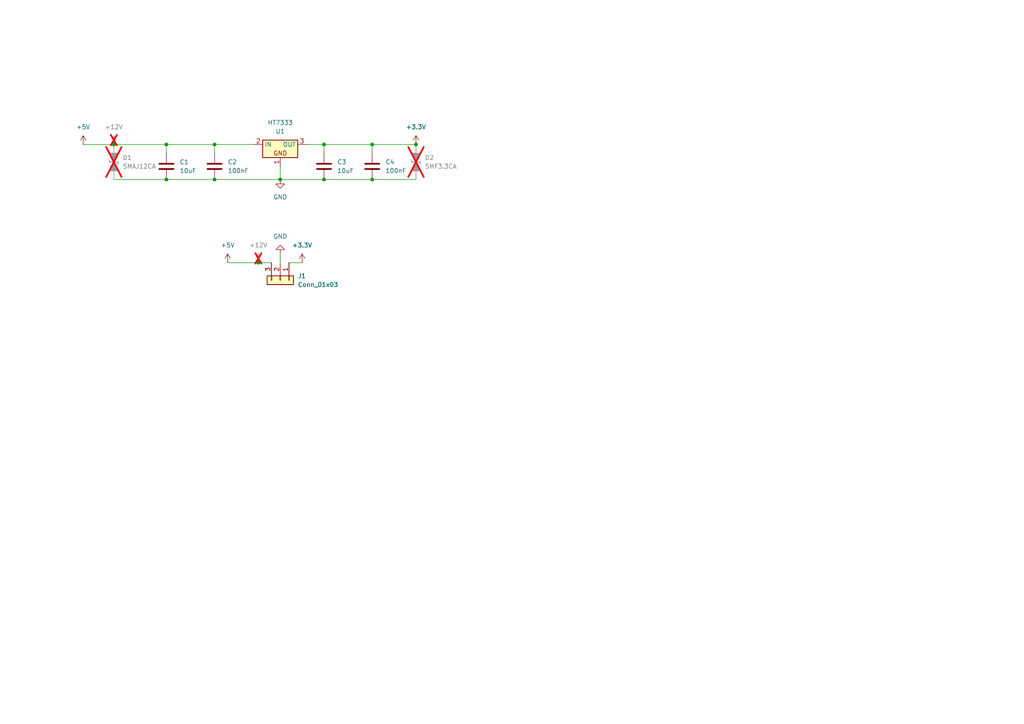
<source format=kicad_sch>
(kicad_sch
	(version 20250114)
	(generator "eeschema")
	(generator_version "9.0")
	(uuid "1df6ae02-d3d4-4e02-9ae3-4242eafe4dc1")
	(paper "A4")
	(lib_symbols
		(symbol "Connector_Generic:Conn_01x03"
			(pin_names
				(offset 1.016)
				(hide yes)
			)
			(exclude_from_sim no)
			(in_bom yes)
			(on_board yes)
			(property "Reference" "J"
				(at 0 5.08 0)
				(effects
					(font
						(size 1.27 1.27)
					)
				)
			)
			(property "Value" "Conn_01x03"
				(at 0 -5.08 0)
				(effects
					(font
						(size 1.27 1.27)
					)
				)
			)
			(property "Footprint" ""
				(at 0 0 0)
				(effects
					(font
						(size 1.27 1.27)
					)
					(hide yes)
				)
			)
			(property "Datasheet" "~"
				(at 0 0 0)
				(effects
					(font
						(size 1.27 1.27)
					)
					(hide yes)
				)
			)
			(property "Description" "Generic connector, single row, 01x03, script generated (kicad-library-utils/schlib/autogen/connector/)"
				(at 0 0 0)
				(effects
					(font
						(size 1.27 1.27)
					)
					(hide yes)
				)
			)
			(property "ki_keywords" "connector"
				(at 0 0 0)
				(effects
					(font
						(size 1.27 1.27)
					)
					(hide yes)
				)
			)
			(property "ki_fp_filters" "Connector*:*_1x??_*"
				(at 0 0 0)
				(effects
					(font
						(size 1.27 1.27)
					)
					(hide yes)
				)
			)
			(symbol "Conn_01x03_1_1"
				(rectangle
					(start -1.27 3.81)
					(end 1.27 -3.81)
					(stroke
						(width 0.254)
						(type default)
					)
					(fill
						(type background)
					)
				)
				(rectangle
					(start -1.27 2.667)
					(end 0 2.413)
					(stroke
						(width 0.1524)
						(type default)
					)
					(fill
						(type none)
					)
				)
				(rectangle
					(start -1.27 0.127)
					(end 0 -0.127)
					(stroke
						(width 0.1524)
						(type default)
					)
					(fill
						(type none)
					)
				)
				(rectangle
					(start -1.27 -2.413)
					(end 0 -2.667)
					(stroke
						(width 0.1524)
						(type default)
					)
					(fill
						(type none)
					)
				)
				(pin passive line
					(at -5.08 2.54 0)
					(length 3.81)
					(name "Pin_1"
						(effects
							(font
								(size 1.27 1.27)
							)
						)
					)
					(number "1"
						(effects
							(font
								(size 1.27 1.27)
							)
						)
					)
				)
				(pin passive line
					(at -5.08 0 0)
					(length 3.81)
					(name "Pin_2"
						(effects
							(font
								(size 1.27 1.27)
							)
						)
					)
					(number "2"
						(effects
							(font
								(size 1.27 1.27)
							)
						)
					)
				)
				(pin passive line
					(at -5.08 -2.54 0)
					(length 3.81)
					(name "Pin_3"
						(effects
							(font
								(size 1.27 1.27)
							)
						)
					)
					(number "3"
						(effects
							(font
								(size 1.27 1.27)
							)
						)
					)
				)
			)
			(embedded_fonts no)
		)
		(symbol "Library:HT7333"
			(exclude_from_sim no)
			(in_bom yes)
			(on_board yes)
			(property "Reference" "U"
				(at 0 -3.81 0)
				(effects
					(font
						(size 1.27 1.27)
					)
				)
			)
			(property "Value" "HT7333"
				(at 0 -6.35 0)
				(effects
					(font
						(size 1.27 1.27)
					)
				)
			)
			(property "Footprint" "PCM_Package_TO_SOT_SMD_AKL:SOT-89-3"
				(at 0 2.54 0)
				(effects
					(font
						(size 1.27 1.27)
					)
					(hide yes)
				)
			)
			(property "Datasheet" "https://item.szlcsc.com/323851.html?fromZone=s_s__%2522HT7333%2522&spm=sc.gb.xh2.zy.n___sc.hm.hd.ss&lcsc_vid=RVRcUVYDElFdXlJeRAALAwJQTwNeBgZeQ1QMUwJSRlQxVlNSQVZWVV1VR1lXVTtW"
				(at 0 2.54 0)
				(effects
					(font
						(size 1.27 1.27)
					)
					(hide yes)
				)
			)
			(property "Description" "Generic negative 3-terminal voltage regulator, Alternate KiCad Library"
				(at 0 0 0)
				(effects
					(font
						(size 1.27 1.27)
					)
					(hide yes)
				)
			)
			(property "ki_keywords" "generic voltage regulator vreg pmic power supply 3-terminal negative"
				(at 0 0 0)
				(effects
					(font
						(size 1.27 1.27)
					)
					(hide yes)
				)
			)
			(symbol "HT7333_0_0"
				(rectangle
					(start -5.08 3.81)
					(end 5.08 -1.27)
					(stroke
						(width 0.254)
						(type default)
					)
					(fill
						(type background)
					)
				)
				(text "GND"
					(at 0 2.54 0)
					(effects
						(font
							(size 1.27 1.27)
						)
					)
				)
			)
			(symbol "HT7333_1_1"
				(pin power_in line
					(at -7.62 0 0)
					(length 2.54)
					(name "IN"
						(effects
							(font
								(size 1.27 1.27)
							)
						)
					)
					(number "2"
						(effects
							(font
								(size 1.27 1.27)
							)
						)
					)
				)
				(pin power_in line
					(at 0 6.35 270)
					(length 2.54)
					(name "~"
						(effects
							(font
								(size 1.27 1.27)
							)
						)
					)
					(number "1"
						(effects
							(font
								(size 1.27 1.27)
							)
						)
					)
				)
				(pin power_out line
					(at 7.62 0 180)
					(length 2.54)
					(name "OUT"
						(effects
							(font
								(size 1.27 1.27)
							)
						)
					)
					(number "3"
						(effects
							(font
								(size 1.27 1.27)
							)
						)
					)
				)
			)
			(embedded_fonts no)
		)
		(symbol "Library:SMF3.3CA"
			(pin_numbers
				(hide yes)
			)
			(pin_names
				(offset 1.016)
				(hide yes)
			)
			(exclude_from_sim no)
			(in_bom yes)
			(on_board yes)
			(property "Reference" "D"
				(at 0 5.08 0)
				(effects
					(font
						(size 1.27 1.27)
					)
				)
			)
			(property "Value" "SMF3.3CA"
				(at 0 2.54 0)
				(effects
					(font
						(size 1.27 1.27)
					)
				)
			)
			(property "Footprint" "PCM_Diode_SMD_AKL:D_SOD-123F"
				(at 0 0 0)
				(effects
					(font
						(size 1.27 1.27)
					)
					(hide yes)
				)
			)
			(property "Datasheet" "https://item.szlcsc.com/48682096.html?fromZone=s_s__%2522SMF3.3CA%2522&spm=sc.gb.xh1.zy.n___sc.it.hd.ss&lcsc_vid=RVRcUVYDElFdXlJeRAALAwJQTwNeBgZeQ1QMUwJSRlQxVlNSQVZWVV1VR1lXVTtW"
				(at 0 0 0)
				(effects
					(font
						(size 1.27 1.27)
					)
					(hide yes)
				)
			)
			(property "Description" "SOD-123F Bidirectional TVS Diode, 5V, 200W, Alternate KiCAD Library"
				(at 0 0 0)
				(effects
					(font
						(size 1.27 1.27)
					)
					(hide yes)
				)
			)
			(property "ki_keywords" "diode TVS bidirectional SMF-CA"
				(at 0 0 0)
				(effects
					(font
						(size 1.27 1.27)
					)
					(hide yes)
				)
			)
			(property "ki_fp_filters" "TO-???* *_Diode_* *SingleDiode* D_*"
				(at 0 0 0)
				(effects
					(font
						(size 1.27 1.27)
					)
					(hide yes)
				)
			)
			(symbol "SMF3.3CA_0_1"
				(polyline
					(pts
						(xy 0 1.27) (xy 0 -1.27)
					)
					(stroke
						(width 0.254)
						(type default)
					)
					(fill
						(type none)
					)
				)
				(polyline
					(pts
						(xy 0 1.27) (xy 0.508 1.27)
					)
					(stroke
						(width 0.254)
						(type default)
					)
					(fill
						(type none)
					)
				)
				(polyline
					(pts
						(xy 0 0) (xy -2.54 1.27) (xy -2.54 -1.27) (xy 0 0)
					)
					(stroke
						(width 0.254)
						(type default)
					)
					(fill
						(type outline)
					)
				)
				(polyline
					(pts
						(xy 0 -1.27) (xy -0.508 -1.27)
					)
					(stroke
						(width 0.254)
						(type default)
					)
					(fill
						(type none)
					)
				)
				(polyline
					(pts
						(xy 1.27 0) (xy -1.27 0)
					)
					(stroke
						(width 0)
						(type default)
					)
					(fill
						(type none)
					)
				)
				(polyline
					(pts
						(xy 2.54 1.27) (xy 2.54 -1.27) (xy 0 0) (xy 2.54 1.27)
					)
					(stroke
						(width 0.254)
						(type default)
					)
					(fill
						(type outline)
					)
				)
			)
			(symbol "SMF3.3CA_0_2"
				(polyline
					(pts
						(xy -3.81 -3.81) (xy 3.81 3.81)
					)
					(stroke
						(width 0)
						(type default)
					)
					(fill
						(type none)
					)
				)
				(polyline
					(pts
						(xy -1.778 -1.778) (xy -2.667 -0.889) (xy 0 0) (xy -0.889 -2.667) (xy -1.778 -1.778)
					)
					(stroke
						(width 0.254)
						(type default)
					)
					(fill
						(type outline)
					)
				)
				(polyline
					(pts
						(xy -0.889 0.889) (xy -1.27 0.508)
					)
					(stroke
						(width 0.254)
						(type default)
					)
					(fill
						(type none)
					)
				)
				(polyline
					(pts
						(xy -0.889 0.889) (xy 0.889 -0.889)
					)
					(stroke
						(width 0.254)
						(type default)
					)
					(fill
						(type none)
					)
				)
				(polyline
					(pts
						(xy 0.889 -0.889) (xy 1.27 -0.508)
					)
					(stroke
						(width 0.254)
						(type default)
					)
					(fill
						(type none)
					)
				)
				(polyline
					(pts
						(xy 1.778 1.778) (xy 2.667 0.889) (xy 0 0) (xy 0.889 2.667) (xy 1.778 1.778)
					)
					(stroke
						(width 0.254)
						(type default)
					)
					(fill
						(type outline)
					)
				)
			)
			(symbol "SMF3.3CA_1_1"
				(pin passive line
					(at -5.08 0 0)
					(length 2.54)
					(name "K"
						(effects
							(font
								(size 1.27 1.27)
							)
						)
					)
					(number "1"
						(effects
							(font
								(size 1.27 1.27)
							)
						)
					)
				)
				(pin passive line
					(at 5.08 0 180)
					(length 2.54)
					(name "A"
						(effects
							(font
								(size 1.27 1.27)
							)
						)
					)
					(number "2"
						(effects
							(font
								(size 1.27 1.27)
							)
						)
					)
				)
			)
			(symbol "SMF3.3CA_1_2"
				(pin passive line
					(at -3.81 -3.81 0)
					(length 0)
					(name "A"
						(effects
							(font
								(size 1.27 1.27)
							)
						)
					)
					(number "2"
						(effects
							(font
								(size 1.27 1.27)
							)
						)
					)
				)
				(pin passive line
					(at 3.81 3.81 180)
					(length 0)
					(name "K"
						(effects
							(font
								(size 1.27 1.27)
							)
						)
					)
					(number "1"
						(effects
							(font
								(size 1.27 1.27)
							)
						)
					)
				)
			)
			(embedded_fonts no)
		)
		(symbol "PCM_Capacitor_US_AKL:C_1206"
			(pin_numbers
				(hide yes)
			)
			(pin_names
				(offset 0.254)
			)
			(exclude_from_sim no)
			(in_bom yes)
			(on_board yes)
			(property "Reference" "C"
				(at 0.635 2.54 0)
				(effects
					(font
						(size 1.27 1.27)
					)
					(justify left)
				)
			)
			(property "Value" "C_1206"
				(at 0.635 -2.54 0)
				(effects
					(font
						(size 1.27 1.27)
					)
					(justify left)
				)
			)
			(property "Footprint" "PCM_Capacitor_SMD_AKL:C_1206_3216Metric"
				(at 0.9652 -3.81 0)
				(effects
					(font
						(size 1.27 1.27)
					)
					(hide yes)
				)
			)
			(property "Datasheet" "~"
				(at 0 0 0)
				(effects
					(font
						(size 1.27 1.27)
					)
					(hide yes)
				)
			)
			(property "Description" "SMD 1206 MLCC capacitor, Alternate KiCad Library"
				(at 0 0 0)
				(effects
					(font
						(size 1.27 1.27)
					)
					(hide yes)
				)
			)
			(property "ki_keywords" "cap capacitor ceramic chip mlcc smd 1206"
				(at 0 0 0)
				(effects
					(font
						(size 1.27 1.27)
					)
					(hide yes)
				)
			)
			(property "ki_fp_filters" "C_*"
				(at 0 0 0)
				(effects
					(font
						(size 1.27 1.27)
					)
					(hide yes)
				)
			)
			(symbol "C_1206_0_1"
				(polyline
					(pts
						(xy -2.032 0.762) (xy 2.032 0.762)
					)
					(stroke
						(width 0.508)
						(type default)
					)
					(fill
						(type none)
					)
				)
				(polyline
					(pts
						(xy -2.032 -0.762) (xy 2.032 -0.762)
					)
					(stroke
						(width 0.508)
						(type default)
					)
					(fill
						(type none)
					)
				)
			)
			(symbol "C_1206_0_2"
				(polyline
					(pts
						(xy -2.54 -2.54) (xy -0.381 -0.381)
					)
					(stroke
						(width 0)
						(type default)
					)
					(fill
						(type none)
					)
				)
				(polyline
					(pts
						(xy -0.508 -0.508) (xy -1.651 0.635)
					)
					(stroke
						(width 0.508)
						(type default)
					)
					(fill
						(type none)
					)
				)
				(polyline
					(pts
						(xy -0.508 -0.508) (xy 0.635 -1.651)
					)
					(stroke
						(width 0.508)
						(type default)
					)
					(fill
						(type none)
					)
				)
				(polyline
					(pts
						(xy 0.381 0.381) (xy 2.54 2.54)
					)
					(stroke
						(width 0)
						(type default)
					)
					(fill
						(type none)
					)
				)
				(polyline
					(pts
						(xy 0.508 0.508) (xy -0.635 1.651)
					)
					(stroke
						(width 0.508)
						(type default)
					)
					(fill
						(type none)
					)
				)
				(polyline
					(pts
						(xy 0.508 0.508) (xy 1.651 -0.635)
					)
					(stroke
						(width 0.508)
						(type default)
					)
					(fill
						(type none)
					)
				)
			)
			(symbol "C_1206_1_1"
				(pin passive line
					(at 0 3.81 270)
					(length 2.794)
					(name "~"
						(effects
							(font
								(size 1.27 1.27)
							)
						)
					)
					(number "1"
						(effects
							(font
								(size 1.27 1.27)
							)
						)
					)
				)
				(pin passive line
					(at 0 -3.81 90)
					(length 2.794)
					(name "~"
						(effects
							(font
								(size 1.27 1.27)
							)
						)
					)
					(number "2"
						(effects
							(font
								(size 1.27 1.27)
							)
						)
					)
				)
			)
			(symbol "C_1206_1_2"
				(pin passive line
					(at -2.54 -2.54 90)
					(length 0)
					(name "~"
						(effects
							(font
								(size 1.27 1.27)
							)
						)
					)
					(number "2"
						(effects
							(font
								(size 1.27 1.27)
							)
						)
					)
				)
				(pin passive line
					(at 2.54 2.54 270)
					(length 0)
					(name "~"
						(effects
							(font
								(size 1.27 1.27)
							)
						)
					)
					(number "1"
						(effects
							(font
								(size 1.27 1.27)
							)
						)
					)
				)
			)
			(embedded_fonts no)
		)
		(symbol "PCM_Diode_TVS_AKL:SMAJ12CA"
			(pin_numbers
				(hide yes)
			)
			(pin_names
				(offset 1.016)
				(hide yes)
			)
			(exclude_from_sim no)
			(in_bom yes)
			(on_board yes)
			(property "Reference" "D"
				(at 0 5.08 0)
				(effects
					(font
						(size 1.27 1.27)
					)
				)
			)
			(property "Value" "SMAJ12CA"
				(at 0 2.54 0)
				(effects
					(font
						(size 1.27 1.27)
					)
				)
			)
			(property "Footprint" "PCM_Diode_SMD_AKL:D_SMA_TVS"
				(at 0 0 0)
				(effects
					(font
						(size 1.27 1.27)
					)
					(hide yes)
				)
			)
			(property "Datasheet" "https://www.tme.eu/Document/dbc72d81c249fe51b6ab42300e8e06d0/SMAJ_ser.pdf"
				(at 0 0 0)
				(effects
					(font
						(size 1.27 1.27)
					)
					(hide yes)
				)
			)
			(property "Description" "SMA Bidirectional TVS Diode, 12V, 400W, Alternate KiCAD Library"
				(at 0 0 0)
				(effects
					(font
						(size 1.27 1.27)
					)
					(hide yes)
				)
			)
			(property "ki_keywords" "diode TVS bidirectional SMAJ-CA"
				(at 0 0 0)
				(effects
					(font
						(size 1.27 1.27)
					)
					(hide yes)
				)
			)
			(property "ki_fp_filters" "TO-???* *_Diode_* *SingleDiode* D_*"
				(at 0 0 0)
				(effects
					(font
						(size 1.27 1.27)
					)
					(hide yes)
				)
			)
			(symbol "SMAJ12CA_0_1"
				(polyline
					(pts
						(xy 0 1.27) (xy 0 -1.27)
					)
					(stroke
						(width 0.254)
						(type default)
					)
					(fill
						(type none)
					)
				)
				(polyline
					(pts
						(xy 0 1.27) (xy 0.508 1.27)
					)
					(stroke
						(width 0.254)
						(type default)
					)
					(fill
						(type none)
					)
				)
				(polyline
					(pts
						(xy 0 0) (xy -2.54 1.27) (xy -2.54 -1.27) (xy 0 0)
					)
					(stroke
						(width 0.254)
						(type default)
					)
					(fill
						(type outline)
					)
				)
				(polyline
					(pts
						(xy 0 -1.27) (xy -0.508 -1.27)
					)
					(stroke
						(width 0.254)
						(type default)
					)
					(fill
						(type none)
					)
				)
				(polyline
					(pts
						(xy 1.27 0) (xy -1.27 0)
					)
					(stroke
						(width 0)
						(type default)
					)
					(fill
						(type none)
					)
				)
				(polyline
					(pts
						(xy 2.54 1.27) (xy 2.54 -1.27) (xy 0 0) (xy 2.54 1.27)
					)
					(stroke
						(width 0.254)
						(type default)
					)
					(fill
						(type outline)
					)
				)
			)
			(symbol "SMAJ12CA_0_2"
				(polyline
					(pts
						(xy -3.81 -3.81) (xy 3.81 3.81)
					)
					(stroke
						(width 0)
						(type default)
					)
					(fill
						(type none)
					)
				)
				(polyline
					(pts
						(xy -1.778 -1.778) (xy -2.667 -0.889) (xy 0 0) (xy -0.889 -2.667) (xy -1.778 -1.778)
					)
					(stroke
						(width 0.254)
						(type default)
					)
					(fill
						(type outline)
					)
				)
				(polyline
					(pts
						(xy -0.889 0.889) (xy -1.27 0.508)
					)
					(stroke
						(width 0.254)
						(type default)
					)
					(fill
						(type none)
					)
				)
				(polyline
					(pts
						(xy -0.889 0.889) (xy 0.889 -0.889)
					)
					(stroke
						(width 0.254)
						(type default)
					)
					(fill
						(type none)
					)
				)
				(polyline
					(pts
						(xy 0.889 -0.889) (xy 1.27 -0.508)
					)
					(stroke
						(width 0.254)
						(type default)
					)
					(fill
						(type none)
					)
				)
				(polyline
					(pts
						(xy 1.778 1.778) (xy 2.667 0.889) (xy 0 0) (xy 0.889 2.667) (xy 1.778 1.778)
					)
					(stroke
						(width 0.254)
						(type default)
					)
					(fill
						(type outline)
					)
				)
			)
			(symbol "SMAJ12CA_1_1"
				(pin passive line
					(at -5.08 0 0)
					(length 2.54)
					(name "K"
						(effects
							(font
								(size 1.27 1.27)
							)
						)
					)
					(number "1"
						(effects
							(font
								(size 1.27 1.27)
							)
						)
					)
				)
				(pin passive line
					(at 5.08 0 180)
					(length 2.54)
					(name "A"
						(effects
							(font
								(size 1.27 1.27)
							)
						)
					)
					(number "2"
						(effects
							(font
								(size 1.27 1.27)
							)
						)
					)
				)
			)
			(symbol "SMAJ12CA_1_2"
				(pin passive line
					(at -3.81 -3.81 0)
					(length 0)
					(name "A"
						(effects
							(font
								(size 1.27 1.27)
							)
						)
					)
					(number "2"
						(effects
							(font
								(size 1.27 1.27)
							)
						)
					)
				)
				(pin passive line
					(at 3.81 3.81 180)
					(length 0)
					(name "K"
						(effects
							(font
								(size 1.27 1.27)
							)
						)
					)
					(number "1"
						(effects
							(font
								(size 1.27 1.27)
							)
						)
					)
				)
			)
			(embedded_fonts no)
		)
		(symbol "power:+12V"
			(power)
			(pin_numbers
				(hide yes)
			)
			(pin_names
				(offset 0)
				(hide yes)
			)
			(exclude_from_sim no)
			(in_bom yes)
			(on_board yes)
			(property "Reference" "#PWR"
				(at 0 -3.81 0)
				(effects
					(font
						(size 1.27 1.27)
					)
					(hide yes)
				)
			)
			(property "Value" "+12V"
				(at 0 3.556 0)
				(effects
					(font
						(size 1.27 1.27)
					)
				)
			)
			(property "Footprint" ""
				(at 0 0 0)
				(effects
					(font
						(size 1.27 1.27)
					)
					(hide yes)
				)
			)
			(property "Datasheet" ""
				(at 0 0 0)
				(effects
					(font
						(size 1.27 1.27)
					)
					(hide yes)
				)
			)
			(property "Description" "Power symbol creates a global label with name \"+12V\""
				(at 0 0 0)
				(effects
					(font
						(size 1.27 1.27)
					)
					(hide yes)
				)
			)
			(property "ki_keywords" "global power"
				(at 0 0 0)
				(effects
					(font
						(size 1.27 1.27)
					)
					(hide yes)
				)
			)
			(symbol "+12V_0_1"
				(polyline
					(pts
						(xy -0.762 1.27) (xy 0 2.54)
					)
					(stroke
						(width 0)
						(type default)
					)
					(fill
						(type none)
					)
				)
				(polyline
					(pts
						(xy 0 2.54) (xy 0.762 1.27)
					)
					(stroke
						(width 0)
						(type default)
					)
					(fill
						(type none)
					)
				)
				(polyline
					(pts
						(xy 0 0) (xy 0 2.54)
					)
					(stroke
						(width 0)
						(type default)
					)
					(fill
						(type none)
					)
				)
			)
			(symbol "+12V_1_1"
				(pin power_in line
					(at 0 0 90)
					(length 0)
					(name "~"
						(effects
							(font
								(size 1.27 1.27)
							)
						)
					)
					(number "1"
						(effects
							(font
								(size 1.27 1.27)
							)
						)
					)
				)
			)
			(embedded_fonts no)
		)
		(symbol "power:+3.3V"
			(power)
			(pin_numbers
				(hide yes)
			)
			(pin_names
				(offset 0)
				(hide yes)
			)
			(exclude_from_sim no)
			(in_bom yes)
			(on_board yes)
			(property "Reference" "#PWR"
				(at 0 -3.81 0)
				(effects
					(font
						(size 1.27 1.27)
					)
					(hide yes)
				)
			)
			(property "Value" "+3.3V"
				(at 0 3.556 0)
				(effects
					(font
						(size 1.27 1.27)
					)
				)
			)
			(property "Footprint" ""
				(at 0 0 0)
				(effects
					(font
						(size 1.27 1.27)
					)
					(hide yes)
				)
			)
			(property "Datasheet" ""
				(at 0 0 0)
				(effects
					(font
						(size 1.27 1.27)
					)
					(hide yes)
				)
			)
			(property "Description" "Power symbol creates a global label with name \"+3.3V\""
				(at 0 0 0)
				(effects
					(font
						(size 1.27 1.27)
					)
					(hide yes)
				)
			)
			(property "ki_keywords" "global power"
				(at 0 0 0)
				(effects
					(font
						(size 1.27 1.27)
					)
					(hide yes)
				)
			)
			(symbol "+3.3V_0_1"
				(polyline
					(pts
						(xy -0.762 1.27) (xy 0 2.54)
					)
					(stroke
						(width 0)
						(type default)
					)
					(fill
						(type none)
					)
				)
				(polyline
					(pts
						(xy 0 2.54) (xy 0.762 1.27)
					)
					(stroke
						(width 0)
						(type default)
					)
					(fill
						(type none)
					)
				)
				(polyline
					(pts
						(xy 0 0) (xy 0 2.54)
					)
					(stroke
						(width 0)
						(type default)
					)
					(fill
						(type none)
					)
				)
			)
			(symbol "+3.3V_1_1"
				(pin power_in line
					(at 0 0 90)
					(length 0)
					(name "~"
						(effects
							(font
								(size 1.27 1.27)
							)
						)
					)
					(number "1"
						(effects
							(font
								(size 1.27 1.27)
							)
						)
					)
				)
			)
			(embedded_fonts no)
		)
		(symbol "power:+5V"
			(power)
			(pin_numbers
				(hide yes)
			)
			(pin_names
				(offset 0)
				(hide yes)
			)
			(exclude_from_sim no)
			(in_bom yes)
			(on_board yes)
			(property "Reference" "#PWR"
				(at 0 -3.81 0)
				(effects
					(font
						(size 1.27 1.27)
					)
					(hide yes)
				)
			)
			(property "Value" "+5V"
				(at 0 3.556 0)
				(effects
					(font
						(size 1.27 1.27)
					)
				)
			)
			(property "Footprint" ""
				(at 0 0 0)
				(effects
					(font
						(size 1.27 1.27)
					)
					(hide yes)
				)
			)
			(property "Datasheet" ""
				(at 0 0 0)
				(effects
					(font
						(size 1.27 1.27)
					)
					(hide yes)
				)
			)
			(property "Description" "Power symbol creates a global label with name \"+5V\""
				(at 0 0 0)
				(effects
					(font
						(size 1.27 1.27)
					)
					(hide yes)
				)
			)
			(property "ki_keywords" "global power"
				(at 0 0 0)
				(effects
					(font
						(size 1.27 1.27)
					)
					(hide yes)
				)
			)
			(symbol "+5V_0_1"
				(polyline
					(pts
						(xy -0.762 1.27) (xy 0 2.54)
					)
					(stroke
						(width 0)
						(type default)
					)
					(fill
						(type none)
					)
				)
				(polyline
					(pts
						(xy 0 2.54) (xy 0.762 1.27)
					)
					(stroke
						(width 0)
						(type default)
					)
					(fill
						(type none)
					)
				)
				(polyline
					(pts
						(xy 0 0) (xy 0 2.54)
					)
					(stroke
						(width 0)
						(type default)
					)
					(fill
						(type none)
					)
				)
			)
			(symbol "+5V_1_1"
				(pin power_in line
					(at 0 0 90)
					(length 0)
					(name "~"
						(effects
							(font
								(size 1.27 1.27)
							)
						)
					)
					(number "1"
						(effects
							(font
								(size 1.27 1.27)
							)
						)
					)
				)
			)
			(embedded_fonts no)
		)
		(symbol "power:GND"
			(power)
			(pin_numbers
				(hide yes)
			)
			(pin_names
				(offset 0)
				(hide yes)
			)
			(exclude_from_sim no)
			(in_bom yes)
			(on_board yes)
			(property "Reference" "#PWR"
				(at 0 -6.35 0)
				(effects
					(font
						(size 1.27 1.27)
					)
					(hide yes)
				)
			)
			(property "Value" "GND"
				(at 0 -3.81 0)
				(effects
					(font
						(size 1.27 1.27)
					)
				)
			)
			(property "Footprint" ""
				(at 0 0 0)
				(effects
					(font
						(size 1.27 1.27)
					)
					(hide yes)
				)
			)
			(property "Datasheet" ""
				(at 0 0 0)
				(effects
					(font
						(size 1.27 1.27)
					)
					(hide yes)
				)
			)
			(property "Description" "Power symbol creates a global label with name \"GND\" , ground"
				(at 0 0 0)
				(effects
					(font
						(size 1.27 1.27)
					)
					(hide yes)
				)
			)
			(property "ki_keywords" "global power"
				(at 0 0 0)
				(effects
					(font
						(size 1.27 1.27)
					)
					(hide yes)
				)
			)
			(symbol "GND_0_1"
				(polyline
					(pts
						(xy 0 0) (xy 0 -1.27) (xy 1.27 -1.27) (xy 0 -2.54) (xy -1.27 -1.27) (xy 0 -1.27)
					)
					(stroke
						(width 0)
						(type default)
					)
					(fill
						(type none)
					)
				)
			)
			(symbol "GND_1_1"
				(pin power_in line
					(at 0 0 270)
					(length 0)
					(name "~"
						(effects
							(font
								(size 1.27 1.27)
							)
						)
					)
					(number "1"
						(effects
							(font
								(size 1.27 1.27)
							)
						)
					)
				)
			)
			(embedded_fonts no)
		)
	)
	(junction
		(at 81.28 52.07)
		(diameter 0)
		(color 0 0 0 0)
		(uuid "37f0bd39-48f0-4a02-b30c-848395584503")
	)
	(junction
		(at 107.95 52.07)
		(diameter 0)
		(color 0 0 0 0)
		(uuid "514833eb-50a9-44fe-916f-294371287c75")
	)
	(junction
		(at 33.02 41.91)
		(diameter 0)
		(color 0 0 0 0)
		(uuid "548de5e2-09b7-460b-95a2-d11cc7c57852")
	)
	(junction
		(at 107.95 41.91)
		(diameter 0)
		(color 0 0 0 0)
		(uuid "64aba8ce-fd6c-4491-992c-3b04ebd53f9f")
	)
	(junction
		(at 48.26 52.07)
		(diameter 0)
		(color 0 0 0 0)
		(uuid "6badc462-3549-4c36-8e68-21b0bb8cafde")
	)
	(junction
		(at 93.98 41.91)
		(diameter 0)
		(color 0 0 0 0)
		(uuid "719da37d-a298-4564-bf72-c6c4262e0a9d")
	)
	(junction
		(at 93.98 52.07)
		(diameter 0)
		(color 0 0 0 0)
		(uuid "9042bff0-f34f-427b-85c5-6b9b00f8c2b8")
	)
	(junction
		(at 62.23 52.07)
		(diameter 0)
		(color 0 0 0 0)
		(uuid "93e780b9-2863-4b2b-b297-6be449c23a72")
	)
	(junction
		(at 62.23 41.91)
		(diameter 0)
		(color 0 0 0 0)
		(uuid "9d1d29f1-637e-4e32-bd4e-238eec1c5c0e")
	)
	(junction
		(at 120.65 41.91)
		(diameter 0)
		(color 0 0 0 0)
		(uuid "b8fa3e1b-f2e6-4adb-b381-c72c396e8bae")
	)
	(junction
		(at 74.93 76.2)
		(diameter 0)
		(color 0 0 0 0)
		(uuid "c168d634-4d5f-41e5-99f2-fedcd00e4618")
	)
	(junction
		(at 48.26 41.91)
		(diameter 0)
		(color 0 0 0 0)
		(uuid "e2d4d540-1b28-4c57-a6ca-376db0bf414f")
	)
	(wire
		(pts
			(xy 88.9 41.91) (xy 93.98 41.91)
		)
		(stroke
			(width 0)
			(type default)
		)
		(uuid "05ac1d29-e7d3-432c-88cf-2f065aa99a93")
	)
	(wire
		(pts
			(xy 66.04 76.2) (xy 74.93 76.2)
		)
		(stroke
			(width 0)
			(type default)
		)
		(uuid "0bc2d1c8-36c3-428a-bce4-dda222b19c9d")
	)
	(wire
		(pts
			(xy 48.26 41.91) (xy 62.23 41.91)
		)
		(stroke
			(width 0)
			(type default)
		)
		(uuid "0fe6615d-7d0f-4bd7-87e6-67912a7768d0")
	)
	(wire
		(pts
			(xy 81.28 73.66) (xy 81.28 76.2)
		)
		(stroke
			(width 0)
			(type default)
		)
		(uuid "276cfdbc-7c71-48a6-a7cb-091d947a4b44")
	)
	(wire
		(pts
			(xy 33.02 41.91) (xy 48.26 41.91)
		)
		(stroke
			(width 0)
			(type default)
		)
		(uuid "2c2418c9-d76c-4077-90b4-b4fa14f4dae8")
	)
	(wire
		(pts
			(xy 107.95 52.07) (xy 120.65 52.07)
		)
		(stroke
			(width 0)
			(type default)
		)
		(uuid "3a9006f2-1804-4563-8ac2-ab9854d7055c")
	)
	(wire
		(pts
			(xy 48.26 52.07) (xy 62.23 52.07)
		)
		(stroke
			(width 0)
			(type default)
		)
		(uuid "3fadcb6a-dd90-4bc8-80b0-a3059fa1fb32")
	)
	(wire
		(pts
			(xy 24.13 41.91) (xy 33.02 41.91)
		)
		(stroke
			(width 0)
			(type default)
		)
		(uuid "4b57d69f-4386-4455-a0fa-d506ffda962b")
	)
	(wire
		(pts
			(xy 107.95 41.91) (xy 120.65 41.91)
		)
		(stroke
			(width 0)
			(type default)
		)
		(uuid "72f383a0-3587-4727-9bd0-663df02f2aaf")
	)
	(wire
		(pts
			(xy 62.23 41.91) (xy 62.23 44.45)
		)
		(stroke
			(width 0)
			(type default)
		)
		(uuid "7c5bbed0-37b4-461b-83e6-1cf8567c570c")
	)
	(wire
		(pts
			(xy 33.02 52.07) (xy 48.26 52.07)
		)
		(stroke
			(width 0)
			(type default)
		)
		(uuid "7f2cbe72-dcac-4864-8902-a467ee0e6b68")
	)
	(wire
		(pts
			(xy 62.23 41.91) (xy 73.66 41.91)
		)
		(stroke
			(width 0)
			(type default)
		)
		(uuid "861a7793-2ba1-427b-bd6a-76c18a36eee7")
	)
	(wire
		(pts
			(xy 93.98 41.91) (xy 107.95 41.91)
		)
		(stroke
			(width 0)
			(type default)
		)
		(uuid "bb2287cb-2197-4c56-b358-48753385a0d0")
	)
	(wire
		(pts
			(xy 74.93 76.2) (xy 78.74 76.2)
		)
		(stroke
			(width 0)
			(type default)
		)
		(uuid "be54df5c-bef3-42ca-8272-d30d4e7f5b9f")
	)
	(wire
		(pts
			(xy 62.23 52.07) (xy 81.28 52.07)
		)
		(stroke
			(width 0)
			(type default)
		)
		(uuid "c19fec5c-7ef7-4d12-a92a-7e81323692e2")
	)
	(wire
		(pts
			(xy 93.98 41.91) (xy 93.98 44.45)
		)
		(stroke
			(width 0)
			(type default)
		)
		(uuid "c85a27d2-8038-49e5-b8dd-2cbab5b727bb")
	)
	(wire
		(pts
			(xy 83.82 76.2) (xy 87.63 76.2)
		)
		(stroke
			(width 0)
			(type default)
		)
		(uuid "ceb15113-566a-4374-9eb5-62585ab0adca")
	)
	(wire
		(pts
			(xy 107.95 41.91) (xy 107.95 44.45)
		)
		(stroke
			(width 0)
			(type default)
		)
		(uuid "cf4710e6-9f1f-47d0-a123-1878a9663cdc")
	)
	(wire
		(pts
			(xy 81.28 48.26) (xy 81.28 52.07)
		)
		(stroke
			(width 0)
			(type default)
		)
		(uuid "e3fbbe87-1003-454f-a5e8-900573602f4d")
	)
	(wire
		(pts
			(xy 93.98 52.07) (xy 107.95 52.07)
		)
		(stroke
			(width 0)
			(type default)
		)
		(uuid "efc3acde-0194-4669-b223-6090a94cc0ad")
	)
	(wire
		(pts
			(xy 81.28 52.07) (xy 93.98 52.07)
		)
		(stroke
			(width 0)
			(type default)
		)
		(uuid "f2af7c0b-c7ef-4da2-b1ca-ca446d5b9a43")
	)
	(wire
		(pts
			(xy 48.26 41.91) (xy 48.26 44.45)
		)
		(stroke
			(width 0)
			(type default)
		)
		(uuid "f9714cac-ff9a-4506-b933-dec29543c863")
	)
	(symbol
		(lib_id "PCM_Diode_TVS_AKL:SMAJ12CA")
		(at 33.02 46.99 90)
		(unit 1)
		(exclude_from_sim no)
		(in_bom yes)
		(on_board yes)
		(dnp yes)
		(fields_autoplaced yes)
		(uuid "1db13489-a9e5-49cc-8172-8d3a80cafccf")
		(property "Reference" "D5"
			(at 35.56 45.7199 90)
			(effects
				(font
					(size 1.27 1.27)
				)
				(justify right)
			)
		)
		(property "Value" "SMAJ12CA"
			(at 35.56 48.2599 90)
			(effects
				(font
					(size 1.27 1.27)
				)
				(justify right)
			)
		)
		(property "Footprint" "PCM_Diode_SMD_AKL:D_SMA_TVS"
			(at 33.02 46.99 0)
			(effects
				(font
					(size 1.27 1.27)
				)
				(hide yes)
			)
		)
		(property "Datasheet" "https://www.tme.eu/Document/dbc72d81c249fe51b6ab42300e8e06d0/SMAJ_ser.pdf"
			(at 33.02 46.99 0)
			(effects
				(font
					(size 1.27 1.27)
				)
				(hide yes)
			)
		)
		(property "Description" "SMA Bidirectional TVS Diode, 12V, 400W, Alternate KiCAD Library"
			(at 33.02 46.99 0)
			(effects
				(font
					(size 1.27 1.27)
				)
				(hide yes)
			)
		)
		(pin "1"
			(uuid "7002ac7f-c6b0-40c8-92a7-8335726e15cc")
		)
		(pin "2"
			(uuid "3ae000d1-bf52-4a0b-80e5-80df7edd264a")
		)
		(instances
			(project ""
				(path "/1df6ae02-d3d4-4e02-9ae3-4242eafe4dc1"
					(reference "D1")
					(unit 1)
				)
			)
			(project ""
				(path "/7fd704f4-d443-4708-acb0-165a06fb66ea/6b7cedd9-64dc-48c6-ac6e-0739690d49df"
					(reference "D5")
					(unit 1)
				)
			)
		)
	)
	(symbol
		(lib_id "PCM_Capacitor_US_AKL:C_1206")
		(at 107.95 48.26 0)
		(unit 1)
		(exclude_from_sim no)
		(in_bom yes)
		(on_board yes)
		(dnp no)
		(fields_autoplaced yes)
		(uuid "232928ec-4543-44fa-9151-c17ecbf974f2")
		(property "Reference" "C14"
			(at 111.76 46.9899 0)
			(effects
				(font
					(size 1.27 1.27)
				)
				(justify left)
			)
		)
		(property "Value" "100nF"
			(at 111.76 49.5299 0)
			(effects
				(font
					(size 1.27 1.27)
				)
				(justify left)
			)
		)
		(property "Footprint" "PCM_Capacitor_SMD_AKL:C_1206_3216Metric"
			(at 108.9152 52.07 0)
			(effects
				(font
					(size 1.27 1.27)
				)
				(hide yes)
			)
		)
		(property "Datasheet" "~"
			(at 107.95 48.26 0)
			(effects
				(font
					(size 1.27 1.27)
				)
				(hide yes)
			)
		)
		(property "Description" "SMD 1206 MLCC capacitor, Alternate KiCad Library"
			(at 107.95 48.26 0)
			(effects
				(font
					(size 1.27 1.27)
				)
				(hide yes)
			)
		)
		(pin "2"
			(uuid "5945e5ad-70a8-4f56-99f5-85fc87fbd9cd")
		)
		(pin "1"
			(uuid "cedff690-39f5-4644-a345-205a86a6e3b2")
		)
		(instances
			(project "HT7333"
				(path "/1df6ae02-d3d4-4e02-9ae3-4242eafe4dc1"
					(reference "C4")
					(unit 1)
				)
			)
			(project "HT7333"
				(path "/7fd704f4-d443-4708-acb0-165a06fb66ea/6b7cedd9-64dc-48c6-ac6e-0739690d49df"
					(reference "C14")
					(unit 1)
				)
			)
		)
	)
	(symbol
		(lib_id "power:+3.3V")
		(at 87.63 76.2 0)
		(unit 1)
		(exclude_from_sim no)
		(in_bom yes)
		(on_board yes)
		(dnp no)
		(fields_autoplaced yes)
		(uuid "2e8b975b-119c-45dc-995b-e688ee0491dd")
		(property "Reference" "#PWR033"
			(at 87.63 80.01 0)
			(effects
				(font
					(size 1.27 1.27)
				)
				(hide yes)
			)
		)
		(property "Value" "+3.3V"
			(at 87.63 71.12 0)
			(effects
				(font
					(size 1.27 1.27)
				)
			)
		)
		(property "Footprint" ""
			(at 87.63 76.2 0)
			(effects
				(font
					(size 1.27 1.27)
				)
				(hide yes)
			)
		)
		(property "Datasheet" ""
			(at 87.63 76.2 0)
			(effects
				(font
					(size 1.27 1.27)
				)
				(hide yes)
			)
		)
		(property "Description" "Power symbol creates a global label with name \"+3.3V\""
			(at 87.63 76.2 0)
			(effects
				(font
					(size 1.27 1.27)
				)
				(hide yes)
			)
		)
		(pin "1"
			(uuid "e457f9d2-f4ce-4959-8e74-1b1750ab6661")
		)
		(instances
			(project ""
				(path "/1df6ae02-d3d4-4e02-9ae3-4242eafe4dc1"
					(reference "#PWR05")
					(unit 1)
				)
			)
			(project ""
				(path "/7fd704f4-d443-4708-acb0-165a06fb66ea/6b7cedd9-64dc-48c6-ac6e-0739690d49df"
					(reference "#PWR033")
					(unit 1)
				)
			)
		)
	)
	(symbol
		(lib_id "PCM_Capacitor_US_AKL:C_1206")
		(at 48.26 48.26 0)
		(unit 1)
		(exclude_from_sim no)
		(in_bom yes)
		(on_board yes)
		(dnp no)
		(fields_autoplaced yes)
		(uuid "35fcd58a-1490-4b7a-91f4-0733045aae36")
		(property "Reference" "C11"
			(at 52.07 46.9899 0)
			(effects
				(font
					(size 1.27 1.27)
				)
				(justify left)
			)
		)
		(property "Value" "10uF"
			(at 52.07 49.5299 0)
			(effects
				(font
					(size 1.27 1.27)
				)
				(justify left)
			)
		)
		(property "Footprint" "PCM_Capacitor_SMD_AKL:C_1206_3216Metric"
			(at 49.2252 52.07 0)
			(effects
				(font
					(size 1.27 1.27)
				)
				(hide yes)
			)
		)
		(property "Datasheet" "~"
			(at 48.26 48.26 0)
			(effects
				(font
					(size 1.27 1.27)
				)
				(hide yes)
			)
		)
		(property "Description" "SMD 1206 MLCC capacitor, Alternate KiCad Library"
			(at 48.26 48.26 0)
			(effects
				(font
					(size 1.27 1.27)
				)
				(hide yes)
			)
		)
		(pin "2"
			(uuid "6a1a0982-ca59-4f51-883b-617dc0a82d4a")
		)
		(pin "1"
			(uuid "4336eb44-d546-43fb-aa85-2f4d1dd18b01")
		)
		(instances
			(project ""
				(path "/1df6ae02-d3d4-4e02-9ae3-4242eafe4dc1"
					(reference "C1")
					(unit 1)
				)
			)
			(project ""
				(path "/7fd704f4-d443-4708-acb0-165a06fb66ea/6b7cedd9-64dc-48c6-ac6e-0739690d49df"
					(reference "C11")
					(unit 1)
				)
			)
		)
	)
	(symbol
		(lib_id "Connector_Generic:Conn_01x03")
		(at 81.28 81.28 270)
		(unit 1)
		(exclude_from_sim no)
		(in_bom yes)
		(on_board yes)
		(dnp no)
		(fields_autoplaced yes)
		(uuid "3e358b47-9d5a-4061-be93-1f1ec86b6309")
		(property "Reference" "J12"
			(at 86.36 80.0099 90)
			(effects
				(font
					(size 1.27 1.27)
				)
				(justify left)
			)
		)
		(property "Value" "Conn_01x03"
			(at 86.36 82.5499 90)
			(effects
				(font
					(size 1.27 1.27)
				)
				(justify left)
			)
		)
		(property "Footprint" "Connector_PinHeader_2.54mm:PinHeader_1x03_P2.54mm_Vertical"
			(at 81.28 81.28 0)
			(effects
				(font
					(size 1.27 1.27)
				)
				(hide yes)
			)
		)
		(property "Datasheet" "~"
			(at 81.28 81.28 0)
			(effects
				(font
					(size 1.27 1.27)
				)
				(hide yes)
			)
		)
		(property "Description" "Generic connector, single row, 01x03, script generated (kicad-library-utils/schlib/autogen/connector/)"
			(at 81.28 81.28 0)
			(effects
				(font
					(size 1.27 1.27)
				)
				(hide yes)
			)
		)
		(pin "2"
			(uuid "a6107d92-4171-42e6-a582-cb072380b0ca")
		)
		(pin "1"
			(uuid "8a406607-4b8e-48e0-9d53-ae01a758915b")
		)
		(pin "3"
			(uuid "302ba533-5252-444d-9d8c-fdc990cb25b1")
		)
		(instances
			(project ""
				(path "/1df6ae02-d3d4-4e02-9ae3-4242eafe4dc1"
					(reference "J1")
					(unit 1)
				)
			)
			(project ""
				(path "/7fd704f4-d443-4708-acb0-165a06fb66ea/6b7cedd9-64dc-48c6-ac6e-0739690d49df"
					(reference "J12")
					(unit 1)
				)
			)
		)
	)
	(symbol
		(lib_id "power:+5V")
		(at 66.04 76.2 0)
		(unit 1)
		(exclude_from_sim no)
		(in_bom yes)
		(on_board yes)
		(dnp no)
		(fields_autoplaced yes)
		(uuid "5e8e3633-786a-4520-b0c6-9ef7d077fc22")
		(property "Reference" "#PWR031"
			(at 66.04 80.01 0)
			(effects
				(font
					(size 1.27 1.27)
				)
				(hide yes)
			)
		)
		(property "Value" "+5V"
			(at 66.04 71.12 0)
			(effects
				(font
					(size 1.27 1.27)
				)
			)
		)
		(property "Footprint" ""
			(at 66.04 76.2 0)
			(effects
				(font
					(size 1.27 1.27)
				)
				(hide yes)
			)
		)
		(property "Datasheet" ""
			(at 66.04 76.2 0)
			(effects
				(font
					(size 1.27 1.27)
				)
				(hide yes)
			)
		)
		(property "Description" "Power symbol creates a global label with name \"+5V\""
			(at 66.04 76.2 0)
			(effects
				(font
					(size 1.27 1.27)
				)
				(hide yes)
			)
		)
		(pin "1"
			(uuid "95d167f1-bb52-408a-bb75-a24c45928d20")
		)
		(instances
			(project "vibrating_transmitters"
				(path "/7fd704f4-d443-4708-acb0-165a06fb66ea/6b7cedd9-64dc-48c6-ac6e-0739690d49df"
					(reference "#PWR031")
					(unit 1)
				)
			)
		)
	)
	(symbol
		(lib_id "PCM_Capacitor_US_AKL:C_1206")
		(at 62.23 48.26 0)
		(unit 1)
		(exclude_from_sim no)
		(in_bom yes)
		(on_board yes)
		(dnp no)
		(fields_autoplaced yes)
		(uuid "65dad9bb-d540-42b5-a7e8-22676942662b")
		(property "Reference" "C12"
			(at 66.04 46.9899 0)
			(effects
				(font
					(size 1.27 1.27)
				)
				(justify left)
			)
		)
		(property "Value" "100nF"
			(at 66.04 49.5299 0)
			(effects
				(font
					(size 1.27 1.27)
				)
				(justify left)
			)
		)
		(property "Footprint" "PCM_Capacitor_SMD_AKL:C_1206_3216Metric"
			(at 63.1952 52.07 0)
			(effects
				(font
					(size 1.27 1.27)
				)
				(hide yes)
			)
		)
		(property "Datasheet" "~"
			(at 62.23 48.26 0)
			(effects
				(font
					(size 1.27 1.27)
				)
				(hide yes)
			)
		)
		(property "Description" "SMD 1206 MLCC capacitor, Alternate KiCad Library"
			(at 62.23 48.26 0)
			(effects
				(font
					(size 1.27 1.27)
				)
				(hide yes)
			)
		)
		(pin "2"
			(uuid "2d36c623-82d1-448a-84e7-e7f84ab5f0b5")
		)
		(pin "1"
			(uuid "316d52cb-2755-4f6f-82f9-d2cb23a71406")
		)
		(instances
			(project "HT7333"
				(path "/1df6ae02-d3d4-4e02-9ae3-4242eafe4dc1"
					(reference "C2")
					(unit 1)
				)
			)
			(project "HT7333"
				(path "/7fd704f4-d443-4708-acb0-165a06fb66ea/6b7cedd9-64dc-48c6-ac6e-0739690d49df"
					(reference "C12")
					(unit 1)
				)
			)
		)
	)
	(symbol
		(lib_id "power:+5V")
		(at 24.13 41.91 0)
		(unit 1)
		(exclude_from_sim no)
		(in_bom yes)
		(on_board yes)
		(dnp no)
		(fields_autoplaced yes)
		(uuid "6c03188b-dd5b-4f89-9040-4ede9d6457b9")
		(property "Reference" "#PWR026"
			(at 24.13 45.72 0)
			(effects
				(font
					(size 1.27 1.27)
				)
				(hide yes)
			)
		)
		(property "Value" "+5V"
			(at 24.13 36.83 0)
			(effects
				(font
					(size 1.27 1.27)
				)
			)
		)
		(property "Footprint" ""
			(at 24.13 41.91 0)
			(effects
				(font
					(size 1.27 1.27)
				)
				(hide yes)
			)
		)
		(property "Datasheet" ""
			(at 24.13 41.91 0)
			(effects
				(font
					(size 1.27 1.27)
				)
				(hide yes)
			)
		)
		(property "Description" "Power symbol creates a global label with name \"+5V\""
			(at 24.13 41.91 0)
			(effects
				(font
					(size 1.27 1.27)
				)
				(hide yes)
			)
		)
		(pin "1"
			(uuid "028e4ad2-4d1f-4ebf-abb0-75192ee43c04")
		)
		(instances
			(project "vibrating_transmitters"
				(path "/7fd704f4-d443-4708-acb0-165a06fb66ea/6b7cedd9-64dc-48c6-ac6e-0739690d49df"
					(reference "#PWR026")
					(unit 1)
				)
			)
		)
	)
	(symbol
		(lib_id "Library:SMF3.3CA")
		(at 120.65 46.99 90)
		(unit 1)
		(exclude_from_sim no)
		(in_bom yes)
		(on_board yes)
		(dnp yes)
		(fields_autoplaced yes)
		(uuid "86172d1a-4684-4ac8-814f-ceae49651803")
		(property "Reference" "D6"
			(at 123.19 45.7199 90)
			(effects
				(font
					(size 1.27 1.27)
				)
				(justify right)
			)
		)
		(property "Value" "SMF3.3CA"
			(at 123.19 48.2599 90)
			(effects
				(font
					(size 1.27 1.27)
				)
				(justify right)
			)
		)
		(property "Footprint" "PCM_Diode_SMD_AKL:D_SOD-123F"
			(at 120.65 46.99 0)
			(effects
				(font
					(size 1.27 1.27)
				)
				(hide yes)
			)
		)
		(property "Datasheet" "https://item.szlcsc.com/48682096.html?fromZone=s_s__%2522SMF3.3CA%2522&spm=sc.gb.xh1.zy.n___sc.it.hd.ss&lcsc_vid=RVRcUVYDElFdXlJeRAALAwJQTwNeBgZeQ1QMUwJSRlQxVlNSQVZWVV1VR1lXVTtW"
			(at 120.65 46.99 0)
			(effects
				(font
					(size 1.27 1.27)
				)
				(hide yes)
			)
		)
		(property "Description" "SOD-123F Bidirectional TVS Diode, 5V, 200W, Alternate KiCAD Library"
			(at 120.65 46.99 0)
			(effects
				(font
					(size 1.27 1.27)
				)
				(hide yes)
			)
		)
		(pin "2"
			(uuid "d836897b-c911-40b7-b351-4c1beca91fbb")
		)
		(pin "1"
			(uuid "b6dd5fc6-152b-4936-9092-181aa43b3b70")
		)
		(instances
			(project ""
				(path "/1df6ae02-d3d4-4e02-9ae3-4242eafe4dc1"
					(reference "D2")
					(unit 1)
				)
			)
			(project ""
				(path "/7fd704f4-d443-4708-acb0-165a06fb66ea/6b7cedd9-64dc-48c6-ac6e-0739690d49df"
					(reference "D6")
					(unit 1)
				)
			)
		)
	)
	(symbol
		(lib_id "power:+3.3V")
		(at 120.65 41.91 0)
		(unit 1)
		(exclude_from_sim no)
		(in_bom yes)
		(on_board yes)
		(dnp no)
		(fields_autoplaced yes)
		(uuid "8fbf0ef5-729d-4a49-b8ff-8eaae5a320b0")
		(property "Reference" "#PWR028"
			(at 120.65 45.72 0)
			(effects
				(font
					(size 1.27 1.27)
				)
				(hide yes)
			)
		)
		(property "Value" "+3.3V"
			(at 120.65 36.83 0)
			(effects
				(font
					(size 1.27 1.27)
				)
			)
		)
		(property "Footprint" ""
			(at 120.65 41.91 0)
			(effects
				(font
					(size 1.27 1.27)
				)
				(hide yes)
			)
		)
		(property "Datasheet" ""
			(at 120.65 41.91 0)
			(effects
				(font
					(size 1.27 1.27)
				)
				(hide yes)
			)
		)
		(property "Description" "Power symbol creates a global label with name \"+3.3V\""
			(at 120.65 41.91 0)
			(effects
				(font
					(size 1.27 1.27)
				)
				(hide yes)
			)
		)
		(pin "1"
			(uuid "4800197d-2cf2-48da-9cc3-dbdfd124d435")
		)
		(instances
			(project "HT7333"
				(path "/1df6ae02-d3d4-4e02-9ae3-4242eafe4dc1"
					(reference "#PWR06")
					(unit 1)
				)
			)
			(project "HT7333"
				(path "/7fd704f4-d443-4708-acb0-165a06fb66ea/6b7cedd9-64dc-48c6-ac6e-0739690d49df"
					(reference "#PWR028")
					(unit 1)
				)
			)
		)
	)
	(symbol
		(lib_id "PCM_Capacitor_US_AKL:C_1206")
		(at 93.98 48.26 0)
		(unit 1)
		(exclude_from_sim no)
		(in_bom yes)
		(on_board yes)
		(dnp no)
		(fields_autoplaced yes)
		(uuid "9b173555-78be-4ff2-ba9d-93a52c1a6bb1")
		(property "Reference" "C13"
			(at 97.79 46.9899 0)
			(effects
				(font
					(size 1.27 1.27)
				)
				(justify left)
			)
		)
		(property "Value" "10uF"
			(at 97.79 49.5299 0)
			(effects
				(font
					(size 1.27 1.27)
				)
				(justify left)
			)
		)
		(property "Footprint" "PCM_Capacitor_SMD_AKL:C_1206_3216Metric"
			(at 94.9452 52.07 0)
			(effects
				(font
					(size 1.27 1.27)
				)
				(hide yes)
			)
		)
		(property "Datasheet" "~"
			(at 93.98 48.26 0)
			(effects
				(font
					(size 1.27 1.27)
				)
				(hide yes)
			)
		)
		(property "Description" "SMD 1206 MLCC capacitor, Alternate KiCad Library"
			(at 93.98 48.26 0)
			(effects
				(font
					(size 1.27 1.27)
				)
				(hide yes)
			)
		)
		(pin "2"
			(uuid "bd86a00d-91df-4218-bc7c-91684d4c3c66")
		)
		(pin "1"
			(uuid "8193f943-3c11-4f90-bf26-03f17f0c9b76")
		)
		(instances
			(project "HT7333"
				(path "/1df6ae02-d3d4-4e02-9ae3-4242eafe4dc1"
					(reference "C3")
					(unit 1)
				)
			)
			(project "HT7333"
				(path "/7fd704f4-d443-4708-acb0-165a06fb66ea/6b7cedd9-64dc-48c6-ac6e-0739690d49df"
					(reference "C13")
					(unit 1)
				)
			)
		)
	)
	(symbol
		(lib_id "power:GND")
		(at 81.28 52.07 0)
		(unit 1)
		(exclude_from_sim no)
		(in_bom yes)
		(on_board yes)
		(dnp no)
		(fields_autoplaced yes)
		(uuid "9e719d0a-1f73-49de-bf32-6b24eab05d8c")
		(property "Reference" "#PWR029"
			(at 81.28 58.42 0)
			(effects
				(font
					(size 1.27 1.27)
				)
				(hide yes)
			)
		)
		(property "Value" "GND"
			(at 81.28 57.15 0)
			(effects
				(font
					(size 1.27 1.27)
				)
			)
		)
		(property "Footprint" ""
			(at 81.28 52.07 0)
			(effects
				(font
					(size 1.27 1.27)
				)
				(hide yes)
			)
		)
		(property "Datasheet" ""
			(at 81.28 52.07 0)
			(effects
				(font
					(size 1.27 1.27)
				)
				(hide yes)
			)
		)
		(property "Description" "Power symbol creates a global label with name \"GND\" , ground"
			(at 81.28 52.07 0)
			(effects
				(font
					(size 1.27 1.27)
				)
				(hide yes)
			)
		)
		(pin "1"
			(uuid "6b9d55c8-3097-4fc9-816c-358d393c623d")
		)
		(instances
			(project "HT7333"
				(path "/1df6ae02-d3d4-4e02-9ae3-4242eafe4dc1"
					(reference "#PWR03")
					(unit 1)
				)
			)
			(project "HT7333"
				(path "/7fd704f4-d443-4708-acb0-165a06fb66ea/6b7cedd9-64dc-48c6-ac6e-0739690d49df"
					(reference "#PWR029")
					(unit 1)
				)
			)
		)
	)
	(symbol
		(lib_id "power:+12V")
		(at 74.93 76.2 0)
		(unit 1)
		(exclude_from_sim no)
		(in_bom yes)
		(on_board no)
		(dnp yes)
		(fields_autoplaced yes)
		(uuid "d9dfdaf6-67bc-42c8-a2ee-9c6265edf41c")
		(property "Reference" "#PWR032"
			(at 74.93 80.01 0)
			(effects
				(font
					(size 1.27 1.27)
				)
				(hide yes)
			)
		)
		(property "Value" "+12V"
			(at 74.93 71.12 0)
			(effects
				(font
					(size 1.27 1.27)
				)
			)
		)
		(property "Footprint" ""
			(at 74.93 76.2 0)
			(effects
				(font
					(size 1.27 1.27)
				)
				(hide yes)
			)
		)
		(property "Datasheet" ""
			(at 74.93 76.2 0)
			(effects
				(font
					(size 1.27 1.27)
				)
				(hide yes)
			)
		)
		(property "Description" "Power symbol creates a global label with name \"+12V\""
			(at 74.93 76.2 0)
			(effects
				(font
					(size 1.27 1.27)
				)
				(hide yes)
			)
		)
		(pin "1"
			(uuid "5074a466-4e69-4433-a558-3223440ce711")
		)
		(instances
			(project ""
				(path "/1df6ae02-d3d4-4e02-9ae3-4242eafe4dc1"
					(reference "#PWR02")
					(unit 1)
				)
			)
			(project ""
				(path "/7fd704f4-d443-4708-acb0-165a06fb66ea/6b7cedd9-64dc-48c6-ac6e-0739690d49df"
					(reference "#PWR032")
					(unit 1)
				)
			)
		)
	)
	(symbol
		(lib_id "Library:HT7333")
		(at 81.28 41.91 0)
		(mirror x)
		(unit 1)
		(exclude_from_sim no)
		(in_bom yes)
		(on_board yes)
		(dnp no)
		(uuid "e4e8a285-ffc5-45b3-9117-d2cfe2ac355a")
		(property "Reference" "U4"
			(at 81.28 38.1 0)
			(effects
				(font
					(size 1.27 1.27)
				)
			)
		)
		(property "Value" "HT7333"
			(at 81.28 35.56 0)
			(effects
				(font
					(size 1.27 1.27)
				)
			)
		)
		(property "Footprint" "PCM_Package_TO_SOT_SMD_AKL:SOT-89-3"
			(at 81.28 44.45 0)
			(effects
				(font
					(size 1.27 1.27)
				)
				(hide yes)
			)
		)
		(property "Datasheet" "https://item.szlcsc.com/323851.html?fromZone=s_s__%2522HT7333%2522&spm=sc.gb.xh2.zy.n___sc.hm.hd.ss&lcsc_vid=RVRcUVYDElFdXlJeRAALAwJQTwNeBgZeQ1QMUwJSRlQxVlNSQVZWVV1VR1lXVTtW"
			(at 81.28 44.45 0)
			(effects
				(font
					(size 1.27 1.27)
				)
				(hide yes)
			)
		)
		(property "Description" "Generic negative 3-terminal voltage regulator, Alternate KiCad Library"
			(at 81.28 41.91 0)
			(effects
				(font
					(size 1.27 1.27)
				)
				(hide yes)
			)
		)
		(pin "3"
			(uuid "fe5340ce-9d5c-42a4-ac12-883bdf4b42dc")
		)
		(pin "2"
			(uuid "6e7a4fa1-0503-4c22-ab7e-db5e39e14f25")
		)
		(pin "1"
			(uuid "64788fac-6f0d-4099-b45e-eb90d5e72296")
		)
		(instances
			(project ""
				(path "/1df6ae02-d3d4-4e02-9ae3-4242eafe4dc1"
					(reference "U1")
					(unit 1)
				)
			)
			(project ""
				(path "/7fd704f4-d443-4708-acb0-165a06fb66ea/6b7cedd9-64dc-48c6-ac6e-0739690d49df"
					(reference "U4")
					(unit 1)
				)
			)
		)
	)
	(symbol
		(lib_id "power:+12V")
		(at 33.02 41.91 0)
		(unit 1)
		(exclude_from_sim no)
		(in_bom yes)
		(on_board no)
		(dnp yes)
		(fields_autoplaced yes)
		(uuid "f2f23c18-b5f5-4158-a016-bb1bc4869d98")
		(property "Reference" "#PWR027"
			(at 33.02 45.72 0)
			(effects
				(font
					(size 1.27 1.27)
				)
				(hide yes)
			)
		)
		(property "Value" "+12V"
			(at 33.02 36.83 0)
			(effects
				(font
					(size 1.27 1.27)
				)
			)
		)
		(property "Footprint" ""
			(at 33.02 41.91 0)
			(effects
				(font
					(size 1.27 1.27)
				)
				(hide yes)
			)
		)
		(property "Datasheet" ""
			(at 33.02 41.91 0)
			(effects
				(font
					(size 1.27 1.27)
				)
				(hide yes)
			)
		)
		(property "Description" "Power symbol creates a global label with name \"+12V\""
			(at 33.02 41.91 0)
			(effects
				(font
					(size 1.27 1.27)
				)
				(hide yes)
			)
		)
		(pin "1"
			(uuid "c49f1204-7d06-49c9-9ea4-369a8339a58a")
		)
		(instances
			(project "HT7333"
				(path "/1df6ae02-d3d4-4e02-9ae3-4242eafe4dc1"
					(reference "#PWR01")
					(unit 1)
				)
			)
			(project "HT7333"
				(path "/7fd704f4-d443-4708-acb0-165a06fb66ea/6b7cedd9-64dc-48c6-ac6e-0739690d49df"
					(reference "#PWR027")
					(unit 1)
				)
			)
		)
	)
	(symbol
		(lib_id "power:GND")
		(at 81.28 73.66 180)
		(unit 1)
		(exclude_from_sim no)
		(in_bom yes)
		(on_board yes)
		(dnp no)
		(fields_autoplaced yes)
		(uuid "fa7f3447-7adb-4a81-a7c1-226a8f26c6ac")
		(property "Reference" "#PWR030"
			(at 81.28 67.31 0)
			(effects
				(font
					(size 1.27 1.27)
				)
				(hide yes)
			)
		)
		(property "Value" "GND"
			(at 81.28 68.58 0)
			(effects
				(font
					(size 1.27 1.27)
				)
			)
		)
		(property "Footprint" ""
			(at 81.28 73.66 0)
			(effects
				(font
					(size 1.27 1.27)
				)
				(hide yes)
			)
		)
		(property "Datasheet" ""
			(at 81.28 73.66 0)
			(effects
				(font
					(size 1.27 1.27)
				)
				(hide yes)
			)
		)
		(property "Description" "Power symbol creates a global label with name \"GND\" , ground"
			(at 81.28 73.66 0)
			(effects
				(font
					(size 1.27 1.27)
				)
				(hide yes)
			)
		)
		(pin "1"
			(uuid "df3c6164-2bff-450f-983d-ade21b53e212")
		)
		(instances
			(project ""
				(path "/1df6ae02-d3d4-4e02-9ae3-4242eafe4dc1"
					(reference "#PWR04")
					(unit 1)
				)
			)
			(project ""
				(path "/7fd704f4-d443-4708-acb0-165a06fb66ea/6b7cedd9-64dc-48c6-ac6e-0739690d49df"
					(reference "#PWR030")
					(unit 1)
				)
			)
		)
	)
)

</source>
